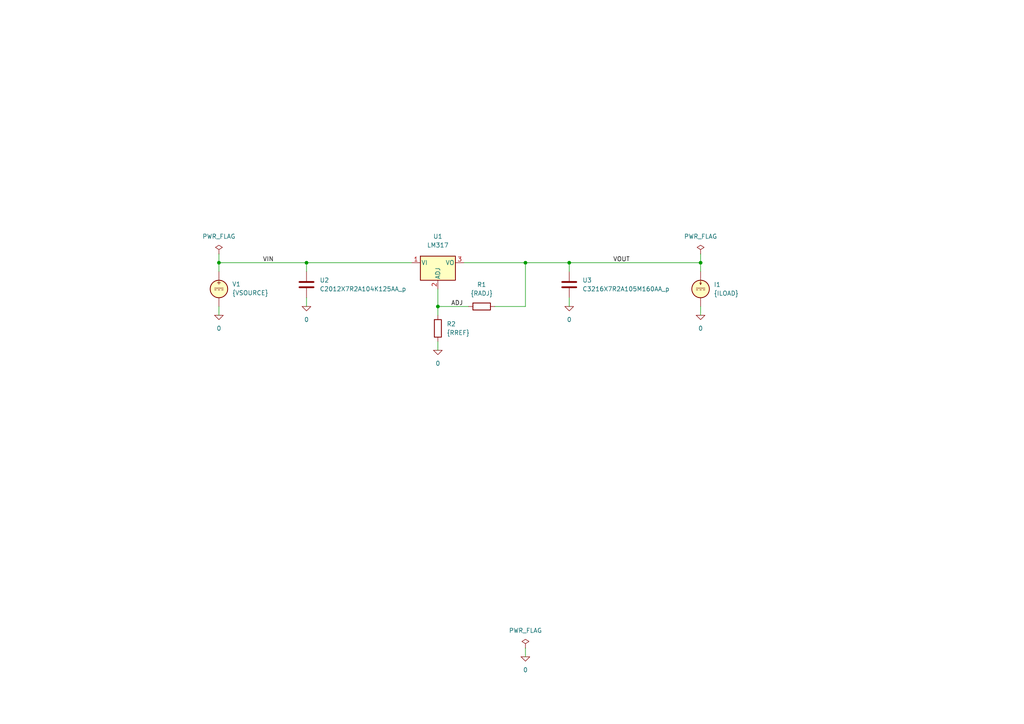
<source format=kicad_sch>
(kicad_sch
	(version 20231120)
	(generator "eeschema")
	(generator_version "8.0")
	(uuid "0642eba1-6be3-468c-b2df-159da8596f4f")
	(paper "A4")
	(title_block
		(title "1.5-A, 40-V, adjustable linear voltage regulator")
		(date "2024-06-14")
		(rev "2")
		(company "astroelectronic@")
		(comment 1 "-")
		(comment 2 "-")
		(comment 3 "-")
		(comment 4 "AE01005317")
	)
	(lib_symbols
		(symbol "LM317:0"
			(power)
			(pin_names
				(offset 0)
			)
			(exclude_from_sim no)
			(in_bom yes)
			(on_board yes)
			(property "Reference" "#GND"
				(at 0 -2.54 0)
				(effects
					(font
						(size 1.27 1.27)
					)
					(hide yes)
				)
			)
			(property "Value" "0"
				(at 0 -1.778 0)
				(effects
					(font
						(size 1.27 1.27)
					)
				)
			)
			(property "Footprint" ""
				(at 0 0 0)
				(effects
					(font
						(size 1.27 1.27)
					)
					(hide yes)
				)
			)
			(property "Datasheet" "~"
				(at 0 0 0)
				(effects
					(font
						(size 1.27 1.27)
					)
					(hide yes)
				)
			)
			(property "Description" "0V reference potential for simulation"
				(at 0 0 0)
				(effects
					(font
						(size 1.27 1.27)
					)
					(hide yes)
				)
			)
			(property "ki_keywords" "simulation"
				(at 0 0 0)
				(effects
					(font
						(size 1.27 1.27)
					)
					(hide yes)
				)
			)
			(symbol "0_0_1"
				(polyline
					(pts
						(xy -1.27 0) (xy 0 -1.27) (xy 1.27 0) (xy -1.27 0)
					)
					(stroke
						(width 0)
						(type default)
					)
					(fill
						(type none)
					)
				)
			)
			(symbol "0_1_1"
				(pin power_in line
					(at 0 0 0)
					(length 0) hide
					(name "0"
						(effects
							(font
								(size 1.016 1.016)
							)
						)
					)
					(number "1"
						(effects
							(font
								(size 1.016 1.016)
							)
						)
					)
				)
			)
		)
		(symbol "LM317:C"
			(pin_numbers hide)
			(pin_names
				(offset 0.254)
			)
			(exclude_from_sim no)
			(in_bom yes)
			(on_board yes)
			(property "Reference" "C"
				(at 0.635 2.54 0)
				(effects
					(font
						(size 1.27 1.27)
					)
					(justify left)
				)
			)
			(property "Value" "C"
				(at 0.635 -2.54 0)
				(effects
					(font
						(size 1.27 1.27)
					)
					(justify left)
				)
			)
			(property "Footprint" ""
				(at 0.9652 -3.81 0)
				(effects
					(font
						(size 1.27 1.27)
					)
					(hide yes)
				)
			)
			(property "Datasheet" "~"
				(at 0 0 0)
				(effects
					(font
						(size 1.27 1.27)
					)
					(hide yes)
				)
			)
			(property "Description" "Unpolarized capacitor"
				(at 0 0 0)
				(effects
					(font
						(size 1.27 1.27)
					)
					(hide yes)
				)
			)
			(property "ki_keywords" "cap capacitor"
				(at 0 0 0)
				(effects
					(font
						(size 1.27 1.27)
					)
					(hide yes)
				)
			)
			(property "ki_fp_filters" "C_*"
				(at 0 0 0)
				(effects
					(font
						(size 1.27 1.27)
					)
					(hide yes)
				)
			)
			(symbol "C_0_1"
				(polyline
					(pts
						(xy -2.032 -0.762) (xy 2.032 -0.762)
					)
					(stroke
						(width 0.508)
						(type default)
					)
					(fill
						(type none)
					)
				)
				(polyline
					(pts
						(xy -2.032 0.762) (xy 2.032 0.762)
					)
					(stroke
						(width 0.508)
						(type default)
					)
					(fill
						(type none)
					)
				)
			)
			(symbol "C_1_1"
				(pin passive line
					(at 0 3.81 270)
					(length 2.794)
					(name "~"
						(effects
							(font
								(size 1.27 1.27)
							)
						)
					)
					(number "1"
						(effects
							(font
								(size 1.27 1.27)
							)
						)
					)
				)
				(pin passive line
					(at 0 -3.81 90)
					(length 2.794)
					(name "~"
						(effects
							(font
								(size 1.27 1.27)
							)
						)
					)
					(number "2"
						(effects
							(font
								(size 1.27 1.27)
							)
						)
					)
				)
			)
		)
		(symbol "LM317:IDC"
			(pin_numbers hide)
			(pin_names
				(offset 0.0254)
			)
			(exclude_from_sim no)
			(in_bom yes)
			(on_board yes)
			(property "Reference" "I"
				(at 2.54 2.54 0)
				(effects
					(font
						(size 1.27 1.27)
					)
					(justify left)
				)
			)
			(property "Value" "1"
				(at 2.54 0 0)
				(effects
					(font
						(size 1.27 1.27)
					)
					(justify left)
				)
			)
			(property "Footprint" ""
				(at 0 0 0)
				(effects
					(font
						(size 1.27 1.27)
					)
					(hide yes)
				)
			)
			(property "Datasheet" "~"
				(at 0 0 0)
				(effects
					(font
						(size 1.27 1.27)
					)
					(hide yes)
				)
			)
			(property "Description" "Current source, DC"
				(at 0 0 0)
				(effects
					(font
						(size 1.27 1.27)
					)
					(hide yes)
				)
			)
			(property "Sim.Pins" "1=+ 2=-"
				(at 0 0 0)
				(effects
					(font
						(size 1.27 1.27)
					)
					(hide yes)
				)
			)
			(property "Sim.Type" "DC"
				(at 0 0 0)
				(effects
					(font
						(size 1.27 1.27)
					)
					(hide yes)
				)
			)
			(property "Sim.Device" "I"
				(at 0 0 0)
				(effects
					(font
						(size 1.27 1.27)
					)
					(justify left)
					(hide yes)
				)
			)
			(property "Spice_Netlist_Enabled" "Y"
				(at 0 0 0)
				(effects
					(font
						(size 1.27 1.27)
					)
					(justify left)
					(hide yes)
				)
			)
			(property "ki_keywords" "simulation"
				(at 0 0 0)
				(effects
					(font
						(size 1.27 1.27)
					)
					(hide yes)
				)
			)
			(symbol "IDC_0_0"
				(polyline
					(pts
						(xy -1.27 0.254) (xy 1.27 0.254)
					)
					(stroke
						(width 0)
						(type default)
					)
					(fill
						(type none)
					)
				)
				(polyline
					(pts
						(xy -0.762 -0.254) (xy -1.27 -0.254)
					)
					(stroke
						(width 0)
						(type default)
					)
					(fill
						(type none)
					)
				)
				(polyline
					(pts
						(xy 0.254 -0.254) (xy -0.254 -0.254)
					)
					(stroke
						(width 0)
						(type default)
					)
					(fill
						(type none)
					)
				)
				(polyline
					(pts
						(xy 1.27 -0.254) (xy 0.762 -0.254)
					)
					(stroke
						(width 0)
						(type default)
					)
					(fill
						(type none)
					)
				)
			)
			(symbol "IDC_0_1"
				(polyline
					(pts
						(xy 0 1.27) (xy 0 2.286)
					)
					(stroke
						(width 0)
						(type default)
					)
					(fill
						(type none)
					)
				)
				(polyline
					(pts
						(xy -0.254 1.778) (xy 0 1.27) (xy 0.254 1.778)
					)
					(stroke
						(width 0)
						(type default)
					)
					(fill
						(type none)
					)
				)
				(circle
					(center 0 0)
					(radius 2.54)
					(stroke
						(width 0.254)
						(type default)
					)
					(fill
						(type background)
					)
				)
			)
			(symbol "IDC_1_1"
				(pin passive line
					(at 0 5.08 270)
					(length 2.54)
					(name "~"
						(effects
							(font
								(size 1.27 1.27)
							)
						)
					)
					(number "1"
						(effects
							(font
								(size 1.27 1.27)
							)
						)
					)
				)
				(pin passive line
					(at 0 -5.08 90)
					(length 2.54)
					(name "~"
						(effects
							(font
								(size 1.27 1.27)
							)
						)
					)
					(number "2"
						(effects
							(font
								(size 1.27 1.27)
							)
						)
					)
				)
			)
		)
		(symbol "LM317:LM317"
			(pin_names
				(offset 0.254)
			)
			(exclude_from_sim no)
			(in_bom yes)
			(on_board yes)
			(property "Reference" "U"
				(at -3.81 3.175 0)
				(effects
					(font
						(size 1.27 1.27)
					)
				)
			)
			(property "Value" "LM317"
				(at 0 3.175 0)
				(effects
					(font
						(size 1.27 1.27)
					)
					(justify left)
				)
			)
			(property "Footprint" "Package_TO_SOT_THT:TO-39-3"
				(at 0 5.715 0)
				(effects
					(font
						(size 1.27 1.27)
						(italic yes)
					)
					(hide yes)
				)
			)
			(property "Datasheet" "http://www.ti.com/lit/ds/symlink/lm317.pdf"
				(at 0 0 0)
				(effects
					(font
						(size 1.27 1.27)
					)
					(hide yes)
				)
			)
			(property "Description" "500mA 35V Adjustable Linear Regulator, TO-39. Simulation model."
				(at 0 0 0)
				(effects
					(font
						(size 1.27 1.27)
					)
					(hide yes)
				)
			)
			(property "ki_keywords" "Adjustable Voltage Regulator 500mA Positive"
				(at 0 0 0)
				(effects
					(font
						(size 1.27 1.27)
					)
					(hide yes)
				)
			)
			(property "ki_fp_filters" "TO?39*"
				(at 0 0 0)
				(effects
					(font
						(size 1.27 1.27)
					)
					(hide yes)
				)
			)
			(symbol "LM317_0_1"
				(rectangle
					(start -5.08 1.905)
					(end 5.08 -5.08)
					(stroke
						(width 0.254)
						(type default)
					)
					(fill
						(type background)
					)
				)
			)
			(symbol "LM317_1_1"
				(pin passive line
					(at -7.62 0 0)
					(length 2.54)
					(name "VI"
						(effects
							(font
								(size 1.27 1.27)
							)
						)
					)
					(number "1"
						(effects
							(font
								(size 1.27 1.27)
							)
						)
					)
				)
				(pin passive line
					(at 0 -7.62 90)
					(length 2.54)
					(name "ADJ"
						(effects
							(font
								(size 1.27 1.27)
							)
						)
					)
					(number "2"
						(effects
							(font
								(size 1.27 1.27)
							)
						)
					)
				)
				(pin passive line
					(at 7.62 0 180)
					(length 2.54)
					(name "VO"
						(effects
							(font
								(size 1.27 1.27)
							)
						)
					)
					(number "3"
						(effects
							(font
								(size 1.27 1.27)
							)
						)
					)
				)
			)
		)
		(symbol "LM317:PWR_FLAG"
			(power)
			(pin_numbers hide)
			(pin_names
				(offset 0) hide)
			(exclude_from_sim no)
			(in_bom yes)
			(on_board yes)
			(property "Reference" "#FLG"
				(at 0 1.905 0)
				(effects
					(font
						(size 1.27 1.27)
					)
					(hide yes)
				)
			)
			(property "Value" "PWR_FLAG"
				(at 0 3.81 0)
				(effects
					(font
						(size 1.27 1.27)
					)
				)
			)
			(property "Footprint" ""
				(at 0 0 0)
				(effects
					(font
						(size 1.27 1.27)
					)
					(hide yes)
				)
			)
			(property "Datasheet" "~"
				(at 0 0 0)
				(effects
					(font
						(size 1.27 1.27)
					)
					(hide yes)
				)
			)
			(property "Description" "Special symbol for telling ERC where power comes from"
				(at 0 0 0)
				(effects
					(font
						(size 1.27 1.27)
					)
					(hide yes)
				)
			)
			(property "ki_keywords" "flag power"
				(at 0 0 0)
				(effects
					(font
						(size 1.27 1.27)
					)
					(hide yes)
				)
			)
			(symbol "PWR_FLAG_0_0"
				(pin power_out line
					(at 0 0 90)
					(length 0)
					(name "pwr"
						(effects
							(font
								(size 1.27 1.27)
							)
						)
					)
					(number "1"
						(effects
							(font
								(size 1.27 1.27)
							)
						)
					)
				)
			)
			(symbol "PWR_FLAG_0_1"
				(polyline
					(pts
						(xy 0 0) (xy 0 1.27) (xy -1.016 1.905) (xy 0 2.54) (xy 1.016 1.905) (xy 0 1.27)
					)
					(stroke
						(width 0)
						(type default)
					)
					(fill
						(type none)
					)
				)
			)
		)
		(symbol "LM317:R"
			(pin_numbers hide)
			(pin_names
				(offset 0)
			)
			(exclude_from_sim no)
			(in_bom yes)
			(on_board yes)
			(property "Reference" "R"
				(at 2.032 0 90)
				(effects
					(font
						(size 1.27 1.27)
					)
				)
			)
			(property "Value" "R"
				(at 0 0 90)
				(effects
					(font
						(size 1.27 1.27)
					)
				)
			)
			(property "Footprint" ""
				(at -1.778 0 90)
				(effects
					(font
						(size 1.27 1.27)
					)
					(hide yes)
				)
			)
			(property "Datasheet" "~"
				(at 0 0 0)
				(effects
					(font
						(size 1.27 1.27)
					)
					(hide yes)
				)
			)
			(property "Description" "Resistor"
				(at 0 0 0)
				(effects
					(font
						(size 1.27 1.27)
					)
					(hide yes)
				)
			)
			(property "ki_keywords" "R res resistor"
				(at 0 0 0)
				(effects
					(font
						(size 1.27 1.27)
					)
					(hide yes)
				)
			)
			(property "ki_fp_filters" "R_*"
				(at 0 0 0)
				(effects
					(font
						(size 1.27 1.27)
					)
					(hide yes)
				)
			)
			(symbol "R_0_1"
				(rectangle
					(start -1.016 -2.54)
					(end 1.016 2.54)
					(stroke
						(width 0.254)
						(type default)
					)
					(fill
						(type none)
					)
				)
			)
			(symbol "R_1_1"
				(pin passive line
					(at 0 3.81 270)
					(length 1.27)
					(name "~"
						(effects
							(font
								(size 1.27 1.27)
							)
						)
					)
					(number "1"
						(effects
							(font
								(size 1.27 1.27)
							)
						)
					)
				)
				(pin passive line
					(at 0 -3.81 90)
					(length 1.27)
					(name "~"
						(effects
							(font
								(size 1.27 1.27)
							)
						)
					)
					(number "2"
						(effects
							(font
								(size 1.27 1.27)
							)
						)
					)
				)
			)
		)
		(symbol "LM317:VDC"
			(pin_numbers hide)
			(pin_names
				(offset 0.0254)
			)
			(exclude_from_sim no)
			(in_bom yes)
			(on_board yes)
			(property "Reference" "V"
				(at 2.54 2.54 0)
				(effects
					(font
						(size 1.27 1.27)
					)
					(justify left)
				)
			)
			(property "Value" "1"
				(at 2.54 0 0)
				(effects
					(font
						(size 1.27 1.27)
					)
					(justify left)
				)
			)
			(property "Footprint" ""
				(at 0 0 0)
				(effects
					(font
						(size 1.27 1.27)
					)
					(hide yes)
				)
			)
			(property "Datasheet" "~"
				(at 0 0 0)
				(effects
					(font
						(size 1.27 1.27)
					)
					(hide yes)
				)
			)
			(property "Description" "Voltage source, DC"
				(at 0 0 0)
				(effects
					(font
						(size 1.27 1.27)
					)
					(hide yes)
				)
			)
			(property "Sim.Pins" "1=+ 2=-"
				(at 0 0 0)
				(effects
					(font
						(size 1.27 1.27)
					)
					(hide yes)
				)
			)
			(property "Sim.Type" "DC"
				(at 0 0 0)
				(effects
					(font
						(size 1.27 1.27)
					)
					(hide yes)
				)
			)
			(property "Sim.Device" "V"
				(at 0 0 0)
				(effects
					(font
						(size 1.27 1.27)
					)
					(justify left)
					(hide yes)
				)
			)
			(property "Spice_Netlist_Enabled" "Y"
				(at 0 0 0)
				(effects
					(font
						(size 1.27 1.27)
					)
					(justify left)
					(hide yes)
				)
			)
			(property "ki_keywords" "simulation"
				(at 0 0 0)
				(effects
					(font
						(size 1.27 1.27)
					)
					(hide yes)
				)
			)
			(symbol "VDC_0_0"
				(polyline
					(pts
						(xy -1.27 0.254) (xy 1.27 0.254)
					)
					(stroke
						(width 0)
						(type default)
					)
					(fill
						(type none)
					)
				)
				(polyline
					(pts
						(xy -0.762 -0.254) (xy -1.27 -0.254)
					)
					(stroke
						(width 0)
						(type default)
					)
					(fill
						(type none)
					)
				)
				(polyline
					(pts
						(xy 0.254 -0.254) (xy -0.254 -0.254)
					)
					(stroke
						(width 0)
						(type default)
					)
					(fill
						(type none)
					)
				)
				(polyline
					(pts
						(xy 1.27 -0.254) (xy 0.762 -0.254)
					)
					(stroke
						(width 0)
						(type default)
					)
					(fill
						(type none)
					)
				)
				(text "+"
					(at 0 1.905 0)
					(effects
						(font
							(size 1.27 1.27)
						)
					)
				)
			)
			(symbol "VDC_0_1"
				(circle
					(center 0 0)
					(radius 2.54)
					(stroke
						(width 0.254)
						(type default)
					)
					(fill
						(type background)
					)
				)
			)
			(symbol "VDC_1_1"
				(pin passive line
					(at 0 5.08 270)
					(length 2.54)
					(name "~"
						(effects
							(font
								(size 1.27 1.27)
							)
						)
					)
					(number "1"
						(effects
							(font
								(size 1.27 1.27)
							)
						)
					)
				)
				(pin passive line
					(at 0 -5.08 90)
					(length 2.54)
					(name "~"
						(effects
							(font
								(size 1.27 1.27)
							)
						)
					)
					(number "2"
						(effects
							(font
								(size 1.27 1.27)
							)
						)
					)
				)
			)
		)
	)
	(junction
		(at 127 88.9)
		(diameter 0)
		(color 0 0 0 0)
		(uuid "0638009c-2440-4a93-b64d-e1aa4ff65ef1")
	)
	(junction
		(at 165.1 76.2)
		(diameter 0)
		(color 0 0 0 0)
		(uuid "0fd1994e-34b8-42bf-80e0-7c2cb71189a4")
	)
	(junction
		(at 203.2 76.2)
		(diameter 0)
		(color 0 0 0 0)
		(uuid "55b1699c-8f92-4667-88cc-50ca7fbbf7bd")
	)
	(junction
		(at 63.5 76.2)
		(diameter 0)
		(color 0 0 0 0)
		(uuid "57d3ea9b-9a64-44ca-957d-2cb7c8e5465b")
	)
	(junction
		(at 152.4 76.2)
		(diameter 0)
		(color 0 0 0 0)
		(uuid "b945791c-fe4b-4243-964f-b9e854533f8f")
	)
	(junction
		(at 88.9 76.2)
		(diameter 0)
		(color 0 0 0 0)
		(uuid "fedb679b-3fa4-422c-9266-ccc2b25c73da")
	)
	(wire
		(pts
			(xy 203.2 73.66) (xy 203.2 76.2)
		)
		(stroke
			(width 0)
			(type default)
		)
		(uuid "0d53bd72-ead2-48d6-b329-1900bdbb242d")
	)
	(wire
		(pts
			(xy 152.4 76.2) (xy 134.62 76.2)
		)
		(stroke
			(width 0)
			(type default)
		)
		(uuid "1252b956-0e6f-42c0-8fb6-4045db177b36")
	)
	(wire
		(pts
			(xy 152.4 187.96) (xy 152.4 190.5)
		)
		(stroke
			(width 0)
			(type default)
		)
		(uuid "2038b7cf-b914-4773-93f2-727ddfea96f2")
	)
	(wire
		(pts
			(xy 127 91.44) (xy 127 88.9)
		)
		(stroke
			(width 0)
			(type default)
		)
		(uuid "438715a3-4d26-4a95-89ba-0f022481a604")
	)
	(wire
		(pts
			(xy 63.5 88.9) (xy 63.5 91.44)
		)
		(stroke
			(width 0)
			(type default)
		)
		(uuid "5c4ef79d-f068-442e-9186-b456effdcdf0")
	)
	(wire
		(pts
			(xy 88.9 76.2) (xy 119.38 76.2)
		)
		(stroke
			(width 0)
			(type default)
		)
		(uuid "616515e1-9eba-4015-90c8-75a67c8aba4c")
	)
	(wire
		(pts
			(xy 203.2 78.74) (xy 203.2 76.2)
		)
		(stroke
			(width 0)
			(type default)
		)
		(uuid "640fc0c1-906c-4cbc-8b55-d299c89944f6")
	)
	(wire
		(pts
			(xy 63.5 76.2) (xy 88.9 76.2)
		)
		(stroke
			(width 0)
			(type default)
		)
		(uuid "6637bb1e-d728-4062-bcf7-0c7e6a34fa44")
	)
	(wire
		(pts
			(xy 127 88.9) (xy 135.89 88.9)
		)
		(stroke
			(width 0)
			(type default)
		)
		(uuid "68a4d15c-c317-4ebb-9e5f-9ea313a400de")
	)
	(wire
		(pts
			(xy 165.1 86.36) (xy 165.1 88.9)
		)
		(stroke
			(width 0)
			(type default)
		)
		(uuid "6a957eed-779a-4779-af25-b373857cdc7f")
	)
	(wire
		(pts
			(xy 127 83.82) (xy 127 88.9)
		)
		(stroke
			(width 0)
			(type default)
		)
		(uuid "6e074817-9172-4d8b-a93a-1cd5c9d46ac1")
	)
	(wire
		(pts
			(xy 88.9 86.36) (xy 88.9 88.9)
		)
		(stroke
			(width 0)
			(type default)
		)
		(uuid "8ec3fc59-f0a9-4ee0-852a-9327b051f1d0")
	)
	(wire
		(pts
			(xy 63.5 73.66) (xy 63.5 76.2)
		)
		(stroke
			(width 0)
			(type default)
		)
		(uuid "90df7597-42a2-4160-b29a-b67911ce68c0")
	)
	(wire
		(pts
			(xy 127 99.06) (xy 127 101.6)
		)
		(stroke
			(width 0)
			(type default)
		)
		(uuid "a47d8d71-9b94-451c-b851-18ab3b0e7ea3")
	)
	(wire
		(pts
			(xy 63.5 78.74) (xy 63.5 76.2)
		)
		(stroke
			(width 0)
			(type default)
		)
		(uuid "a858accc-20f2-4d10-aad0-8b5a4a3e190a")
	)
	(wire
		(pts
			(xy 152.4 88.9) (xy 152.4 76.2)
		)
		(stroke
			(width 0)
			(type default)
		)
		(uuid "b0828961-b3f8-4d49-b2d2-bf7391f0840d")
	)
	(wire
		(pts
			(xy 203.2 88.9) (xy 203.2 91.44)
		)
		(stroke
			(width 0)
			(type default)
		)
		(uuid "b9cfa46d-f823-49e9-bd77-6ad14179d646")
	)
	(wire
		(pts
			(xy 203.2 76.2) (xy 165.1 76.2)
		)
		(stroke
			(width 0)
			(type default)
		)
		(uuid "bd69a1f3-6d4e-4530-9150-8f9861f00d6c")
	)
	(wire
		(pts
			(xy 165.1 78.74) (xy 165.1 76.2)
		)
		(stroke
			(width 0)
			(type default)
		)
		(uuid "bf4381b6-1d9f-491a-8ebb-0dea0ecc11b0")
	)
	(wire
		(pts
			(xy 143.51 88.9) (xy 152.4 88.9)
		)
		(stroke
			(width 0)
			(type default)
		)
		(uuid "c4c10a5b-beb9-446e-9a68-73b6c68c31e9")
	)
	(wire
		(pts
			(xy 165.1 76.2) (xy 152.4 76.2)
		)
		(stroke
			(width 0)
			(type default)
		)
		(uuid "cb5e76e4-bd5d-4ef4-b4c6-bd3158df0a2e")
	)
	(wire
		(pts
			(xy 88.9 78.74) (xy 88.9 76.2)
		)
		(stroke
			(width 0)
			(type default)
		)
		(uuid "d89ce12d-75d3-4e68-abac-1d68e1b322e4")
	)
	(label "VIN"
		(at 76.2 76.2 0)
		(fields_autoplaced yes)
		(effects
			(font
				(size 1.27 1.27)
			)
			(justify left bottom)
		)
		(uuid "1d8bba5d-88e3-4d7a-8377-89bbce4fb340")
	)
	(label "VOUT"
		(at 177.8 76.2 0)
		(fields_autoplaced yes)
		(effects
			(font
				(size 1.27 1.27)
			)
			(justify left bottom)
		)
		(uuid "b9a07005-9e68-4335-a531-1ee2e533e09f")
	)
	(label "ADJ"
		(at 130.81 88.9 0)
		(fields_autoplaced yes)
		(effects
			(font
				(size 1.27 1.27)
			)
			(justify left bottom)
		)
		(uuid "e90c1e78-94d4-47b8-8af9-fe3a3bd0b9a3")
	)
	(symbol
		(lib_name "LM317:VDC")
		(lib_id "LM317:VDC")
		(at 63.5 83.82 0)
		(unit 1)
		(exclude_from_sim no)
		(in_bom yes)
		(on_board yes)
		(dnp no)
		(fields_autoplaced yes)
		(uuid "0be11a5c-3365-468e-a1ba-269ba73e50a4")
		(property "Reference" "V1"
			(at 67.31 82.4201 0)
			(effects
				(font
					(size 1.27 1.27)
				)
				(justify left)
			)
		)
		(property "Value" "{VSOURCE}"
			(at 67.31 84.9601 0)
			(effects
				(font
					(size 1.27 1.27)
				)
				(justify left)
			)
		)
		(property "Footprint" ""
			(at 63.5 83.82 0)
			(effects
				(font
					(size 1.27 1.27)
				)
				(hide yes)
			)
		)
		(property "Datasheet" "~"
			(at 63.5 83.82 0)
			(effects
				(font
					(size 1.27 1.27)
				)
				(hide yes)
			)
		)
		(property "Description" ""
			(at 63.5 83.82 0)
			(effects
				(font
					(size 1.27 1.27)
				)
				(hide yes)
			)
		)
		(property "Sim.Device" "SPICE"
			(at 63.5 83.82 0)
			(effects
				(font
					(size 1.27 1.27)
				)
				(justify left)
				(hide yes)
			)
		)
		(property "Sim.Params" "type=\"V\" model=\"{VSOURCE}\" lib=\"\""
			(at 0 -17.78 0)
			(effects
				(font
					(size 1.27 1.27)
				)
				(hide yes)
			)
		)
		(property "Sim.Pins" "1=1 2=2"
			(at 0 -17.78 0)
			(effects
				(font
					(size 1.27 1.27)
				)
				(hide yes)
			)
		)
		(pin "1"
			(uuid "02ae9f46-32ec-435c-b149-f08fa6113be3")
		)
		(pin "2"
			(uuid "af91c000-9f66-4109-a742-b588fa4e5ab7")
		)
		(instances
			(project ""
				(path "/58f83fa9-4a10-4167-b744-d54133f1de20"
					(reference "V1")
					(unit 1)
				)
			)
		)
	)
	(symbol
		(lib_id "LM317:0")
		(at 165.1 88.9 0)
		(unit 1)
		(exclude_from_sim no)
		(in_bom yes)
		(on_board yes)
		(dnp no)
		(fields_autoplaced yes)
		(uuid "0e33d7a1-e7cc-4554-ba5b-a166bf7b97e9")
		(property "Reference" "#GND05"
			(at 165.1 91.44 0)
			(effects
				(font
					(size 1.27 1.27)
				)
				(hide yes)
			)
		)
		(property "Value" "0"
			(at 165.1 92.71 0)
			(effects
				(font
					(size 1.27 1.27)
				)
			)
		)
		(property "Footprint" ""
			(at 165.1 88.9 0)
			(effects
				(font
					(size 1.27 1.27)
				)
				(hide yes)
			)
		)
		(property "Datasheet" "~"
			(at 165.1 88.9 0)
			(effects
				(font
					(size 1.27 1.27)
				)
				(hide yes)
			)
		)
		(property "Description" ""
			(at 165.1 88.9 0)
			(effects
				(font
					(size 1.27 1.27)
				)
				(hide yes)
			)
		)
		(pin "1"
			(uuid "b55ce4e8-4c66-44d1-ab1d-bb7f4f89819b")
		)
		(instances
			(project ""
				(path "/0642eba1-6be3-468c-b2df-159da8596f4f"
					(reference "#GND05")
					(unit 1)
				)
			)
			(project ""
				(path "/58f83fa9-4a10-4167-b744-d54133f1de20"
					(reference "#GND05")
					(unit 1)
				)
			)
		)
	)
	(symbol
		(lib_id "LM317:R")
		(at 139.7 88.9 90)
		(unit 1)
		(exclude_from_sim no)
		(in_bom yes)
		(on_board yes)
		(dnp no)
		(fields_autoplaced yes)
		(uuid "0f6e1e1a-f614-46b6-bbbc-fd3320a413b6")
		(property "Reference" "R1"
			(at 139.7 82.55 90)
			(effects
				(font
					(size 1.27 1.27)
				)
			)
		)
		(property "Value" "{RADJ}"
			(at 139.7 85.09 90)
			(effects
				(font
					(size 1.27 1.27)
				)
			)
		)
		(property "Footprint" ""
			(at 139.7 90.678 90)
			(effects
				(font
					(size 1.27 1.27)
				)
				(hide yes)
			)
		)
		(property "Datasheet" "~"
			(at 139.7 88.9 0)
			(effects
				(font
					(size 1.27 1.27)
				)
				(hide yes)
			)
		)
		(property "Description" ""
			(at 139.7 88.9 0)
			(effects
				(font
					(size 1.27 1.27)
				)
				(hide yes)
			)
		)
		(pin "1"
			(uuid "d3e46d7d-3180-4feb-9ba1-4c76f4fa32e4")
		)
		(pin "2"
			(uuid "f48598c1-4a53-4a99-83c1-512743ba37f1")
		)
		(instances
			(project ""
				(path "/58f83fa9-4a10-4167-b744-d54133f1de20"
					(reference "R1")
					(unit 1)
				)
			)
		)
	)
	(symbol
		(lib_name "LM317:IDC")
		(lib_id "LM317:IDC")
		(at 203.2 83.82 0)
		(unit 1)
		(exclude_from_sim no)
		(in_bom yes)
		(on_board yes)
		(dnp no)
		(fields_autoplaced yes)
		(uuid "27d86ab9-4e1c-4e94-93b1-2d35f0c8077e")
		(property "Reference" "I1"
			(at 207.01 82.5499 0)
			(effects
				(font
					(size 1.27 1.27)
				)
				(justify left)
			)
		)
		(property "Value" "{ILOAD}"
			(at 207.01 85.0899 0)
			(effects
				(font
					(size 1.27 1.27)
				)
				(justify left)
			)
		)
		(property "Footprint" ""
			(at 203.2 83.82 0)
			(effects
				(font
					(size 1.27 1.27)
				)
				(hide yes)
			)
		)
		(property "Datasheet" "~"
			(at 203.2 83.82 0)
			(effects
				(font
					(size 1.27 1.27)
				)
				(hide yes)
			)
		)
		(property "Description" ""
			(at 203.2 83.82 0)
			(effects
				(font
					(size 1.27 1.27)
				)
				(hide yes)
			)
		)
		(property "Sim.Device" "SPICE"
			(at 203.2 83.82 0)
			(effects
				(font
					(size 1.27 1.27)
				)
				(justify left)
				(hide yes)
			)
		)
		(property "Sim.Params" "type=\"I\" model=\"{ILOAD}\" lib=\"\""
			(at 0 -17.78 0)
			(effects
				(font
					(size 1.27 1.27)
				)
				(hide yes)
			)
		)
		(property "Sim.Pins" "1=1 2=2"
			(at 0 -17.78 0)
			(effects
				(font
					(size 1.27 1.27)
				)
				(hide yes)
			)
		)
		(pin "1"
			(uuid "80febccb-7f81-418d-9d86-485b671b951b")
		)
		(pin "2"
			(uuid "af7d900a-3ff1-467c-8e2e-718e55b6d677")
		)
		(instances
			(project ""
				(path "/58f83fa9-4a10-4167-b744-d54133f1de20"
					(reference "I1")
					(unit 1)
				)
			)
		)
	)
	(symbol
		(lib_id "LM317:C")
		(at 165.1 82.55 0)
		(unit 1)
		(exclude_from_sim no)
		(in_bom yes)
		(on_board yes)
		(dnp no)
		(fields_autoplaced yes)
		(uuid "2ae7ef98-cee4-49b0-9207-db20e03b321c")
		(property "Reference" "U3"
			(at 168.91 81.2799 0)
			(effects
				(font
					(size 1.27 1.27)
				)
				(justify left)
			)
		)
		(property "Value" "C3216X7R2A105M160AA_p"
			(at 168.91 83.8199 0)
			(effects
				(font
					(size 1.27 1.27)
				)
				(justify left)
			)
		)
		(property "Footprint" ""
			(at 166.0652 86.36 0)
			(effects
				(font
					(size 1.27 1.27)
				)
				(hide yes)
			)
		)
		(property "Datasheet" "~"
			(at 165.1 82.55 0)
			(effects
				(font
					(size 1.27 1.27)
				)
				(hide yes)
			)
		)
		(property "Description" ""
			(at 165.1 82.55 0)
			(effects
				(font
					(size 1.27 1.27)
				)
				(hide yes)
			)
		)
		(property "Sim.Library" "C:\\AE\\LM317\\_models\\C3216X7R2A105M160AA_p.mod"
			(at 165.1 82.55 0)
			(effects
				(font
					(size 1.27 1.27)
				)
				(hide yes)
			)
		)
		(property "Sim.Name" "C3216X7R2A105M160AA_p"
			(at 165.1 82.55 0)
			(effects
				(font
					(size 1.27 1.27)
				)
				(hide yes)
			)
		)
		(property "Sim.Device" "SUBCKT"
			(at 165.1 82.55 0)
			(effects
				(font
					(size 1.27 1.27)
				)
				(hide yes)
			)
		)
		(property "Sim.Pins" "1=n1 2=n2"
			(at 165.1 82.55 0)
			(effects
				(font
					(size 1.27 1.27)
				)
				(hide yes)
			)
		)
		(pin "1"
			(uuid "dc66124e-526b-44b8-a68e-fd41fb88c229")
		)
		(pin "2"
			(uuid "1afcf865-989e-4ff1-af9d-98b86c8ec934")
		)
		(instances
			(project ""
				(path "/0642eba1-6be3-468c-b2df-159da8596f4f"
					(reference "U3")
					(unit 1)
				)
			)
			(project ""
				(path "/58f83fa9-4a10-4167-b744-d54133f1de20"
					(reference "U3")
					(unit 1)
				)
			)
		)
	)
	(symbol
		(lib_id "LM317:PWR_FLAG")
		(at 203.2 73.66 0)
		(unit 1)
		(exclude_from_sim no)
		(in_bom yes)
		(on_board yes)
		(dnp no)
		(fields_autoplaced yes)
		(uuid "4344cbbc-61ac-481a-bf7d-73f679753e29")
		(property "Reference" "#FLG03"
			(at 203.2 71.755 0)
			(effects
				(font
					(size 1.27 1.27)
				)
				(hide yes)
			)
		)
		(property "Value" "PWR_FLAG"
			(at 203.2 68.58 0)
			(effects
				(font
					(size 1.27 1.27)
				)
			)
		)
		(property "Footprint" ""
			(at 203.2 73.66 0)
			(effects
				(font
					(size 1.27 1.27)
				)
				(hide yes)
			)
		)
		(property "Datasheet" "~"
			(at 203.2 73.66 0)
			(effects
				(font
					(size 1.27 1.27)
				)
				(hide yes)
			)
		)
		(property "Description" ""
			(at 203.2 73.66 0)
			(effects
				(font
					(size 1.27 1.27)
				)
				(hide yes)
			)
		)
		(pin "1"
			(uuid "bc41c24e-ff60-40b6-bac3-2aa3d47db790")
		)
		(instances
			(project ""
				(path "/0642eba1-6be3-468c-b2df-159da8596f4f"
					(reference "#FLG03")
					(unit 1)
				)
			)
			(project ""
				(path "/58f83fa9-4a10-4167-b744-d54133f1de20"
					(reference "#FLG03")
					(unit 1)
				)
			)
		)
	)
	(symbol
		(lib_id "LM317:0")
		(at 63.5 91.44 0)
		(unit 1)
		(exclude_from_sim no)
		(in_bom yes)
		(on_board yes)
		(dnp no)
		(fields_autoplaced yes)
		(uuid "6c9ff897-9647-456f-a3ed-430fe0b85ee8")
		(property "Reference" "#GND01"
			(at 63.5 93.98 0)
			(effects
				(font
					(size 1.27 1.27)
				)
				(hide yes)
			)
		)
		(property "Value" "0"
			(at 63.5 95.25 0)
			(effects
				(font
					(size 1.27 1.27)
				)
			)
		)
		(property "Footprint" ""
			(at 63.5 91.44 0)
			(effects
				(font
					(size 1.27 1.27)
				)
				(hide yes)
			)
		)
		(property "Datasheet" "~"
			(at 63.5 91.44 0)
			(effects
				(font
					(size 1.27 1.27)
				)
				(hide yes)
			)
		)
		(property "Description" ""
			(at 63.5 91.44 0)
			(effects
				(font
					(size 1.27 1.27)
				)
				(hide yes)
			)
		)
		(pin "1"
			(uuid "d830fb1d-068e-426e-bcc3-a56c7b28c41f")
		)
		(instances
			(project ""
				(path "/0642eba1-6be3-468c-b2df-159da8596f4f"
					(reference "#GND01")
					(unit 1)
				)
			)
			(project ""
				(path "/58f83fa9-4a10-4167-b744-d54133f1de20"
					(reference "#GND01")
					(unit 1)
				)
			)
		)
	)
	(symbol
		(lib_id "LM317:R")
		(at 127 95.25 0)
		(unit 1)
		(exclude_from_sim no)
		(in_bom yes)
		(on_board yes)
		(dnp no)
		(fields_autoplaced yes)
		(uuid "9c1660f4-2c35-4cf9-88b4-c8d2ffae133d")
		(property "Reference" "R2"
			(at 129.54 93.9799 0)
			(effects
				(font
					(size 1.27 1.27)
				)
				(justify left)
			)
		)
		(property "Value" "{RREF}"
			(at 129.54 96.5199 0)
			(effects
				(font
					(size 1.27 1.27)
				)
				(justify left)
			)
		)
		(property "Footprint" ""
			(at 125.222 95.25 90)
			(effects
				(font
					(size 1.27 1.27)
				)
				(hide yes)
			)
		)
		(property "Datasheet" "~"
			(at 127 95.25 0)
			(effects
				(font
					(size 1.27 1.27)
				)
				(hide yes)
			)
		)
		(property "Description" ""
			(at 127 95.25 0)
			(effects
				(font
					(size 1.27 1.27)
				)
				(hide yes)
			)
		)
		(pin "1"
			(uuid "81f1a17c-2efe-4ee2-ae49-1ae0e83d8f8a")
		)
		(pin "2"
			(uuid "5bbbdd29-6fe4-418d-b5a0-78d8b1b7b99d")
		)
		(instances
			(project ""
				(path "/58f83fa9-4a10-4167-b744-d54133f1de20"
					(reference "R2")
					(unit 1)
				)
			)
		)
	)
	(symbol
		(lib_id "LM317:PWR_FLAG")
		(at 152.4 187.96 0)
		(unit 1)
		(exclude_from_sim no)
		(in_bom yes)
		(on_board yes)
		(dnp no)
		(fields_autoplaced yes)
		(uuid "b0502b06-986f-46a4-b54a-d02d4594372c")
		(property "Reference" "#FLG02"
			(at 152.4 186.055 0)
			(effects
				(font
					(size 1.27 1.27)
				)
				(hide yes)
			)
		)
		(property "Value" "PWR_FLAG"
			(at 152.4 182.88 0)
			(effects
				(font
					(size 1.27 1.27)
				)
			)
		)
		(property "Footprint" ""
			(at 152.4 187.96 0)
			(effects
				(font
					(size 1.27 1.27)
				)
				(hide yes)
			)
		)
		(property "Datasheet" "~"
			(at 152.4 187.96 0)
			(effects
				(font
					(size 1.27 1.27)
				)
				(hide yes)
			)
		)
		(property "Description" ""
			(at 152.4 187.96 0)
			(effects
				(font
					(size 1.27 1.27)
				)
				(hide yes)
			)
		)
		(pin "1"
			(uuid "477e3301-97bb-4833-8916-9c744d702ff8")
		)
		(instances
			(project ""
				(path "/0642eba1-6be3-468c-b2df-159da8596f4f"
					(reference "#FLG02")
					(unit 1)
				)
			)
			(project ""
				(path "/58f83fa9-4a10-4167-b744-d54133f1de20"
					(reference "#FLG02")
					(unit 1)
				)
			)
		)
	)
	(symbol
		(lib_id "LM317:C")
		(at 88.9 82.55 0)
		(unit 1)
		(exclude_from_sim no)
		(in_bom yes)
		(on_board yes)
		(dnp no)
		(fields_autoplaced yes)
		(uuid "bae2c52c-6ef8-47d0-89cd-2135977ea6cc")
		(property "Reference" "U2"
			(at 92.71 81.2799 0)
			(effects
				(font
					(size 1.27 1.27)
				)
				(justify left)
			)
		)
		(property "Value" "C2012X7R2A104K125AA_p"
			(at 92.71 83.8199 0)
			(effects
				(font
					(size 1.27 1.27)
				)
				(justify left)
			)
		)
		(property "Footprint" ""
			(at 89.8652 86.36 0)
			(effects
				(font
					(size 1.27 1.27)
				)
				(hide yes)
			)
		)
		(property "Datasheet" "~"
			(at 88.9 82.55 0)
			(effects
				(font
					(size 1.27 1.27)
				)
				(hide yes)
			)
		)
		(property "Description" ""
			(at 88.9 82.55 0)
			(effects
				(font
					(size 1.27 1.27)
				)
				(hide yes)
			)
		)
		(property "Sim.Device" "SUBCKT"
			(at 88.9 82.55 0)
			(effects
				(font
					(size 1.27 1.27)
				)
				(hide yes)
			)
		)
		(property "Sim.Pins" "1=n1 2=n2"
			(at 0 -19.05 0)
			(effects
				(font
					(size 1.27 1.27)
				)
				(hide yes)
			)
		)
		(property "Sim.Library" "C:\\AE\\LM317\\_models\\C2012X7R2A104K125AA_p.mod"
			(at 88.9 82.55 0)
			(effects
				(font
					(size 1.27 1.27)
				)
				(hide yes)
			)
		)
		(property "Sim.Name" "C2012X7R2A104K125AA_p"
			(at 88.9 82.55 0)
			(effects
				(font
					(size 1.27 1.27)
				)
				(hide yes)
			)
		)
		(pin "1"
			(uuid "cfd8aa11-714b-4d55-9c54-5e3ada747352")
		)
		(pin "2"
			(uuid "27ce8420-6dd0-4911-9a2f-8b0f32e50173")
		)
		(instances
			(project ""
				(path "/0642eba1-6be3-468c-b2df-159da8596f4f"
					(reference "U2")
					(unit 1)
				)
			)
			(project ""
				(path "/58f83fa9-4a10-4167-b744-d54133f1de20"
					(reference "U2")
					(unit 1)
				)
			)
		)
	)
	(symbol
		(lib_id "LM317:LM317")
		(at 127 76.2 0)
		(unit 1)
		(exclude_from_sim no)
		(in_bom yes)
		(on_board yes)
		(dnp no)
		(fields_autoplaced yes)
		(uuid "c4c6bcc5-4e2f-42f6-bb47-1715bb99937a")
		(property "Reference" "U1"
			(at 127 68.58 0)
			(effects
				(font
					(size 1.27 1.27)
				)
			)
		)
		(property "Value" "LM317"
			(at 127 71.12 0)
			(effects
				(font
					(size 1.27 1.27)
				)
			)
		)
		(property "Footprint" "Package_TO_SOT_THT:TO-39-3"
			(at 127 70.485 0)
			(effects
				(font
					(size 1.27 1.27)
					(italic yes)
				)
				(hide yes)
			)
		)
		(property "Datasheet" "http://www.ti.com/lit/ds/symlink/lm317.pdf"
			(at 127 76.2 0)
			(effects
				(font
					(size 1.27 1.27)
				)
				(hide yes)
			)
		)
		(property "Description" ""
			(at 127 76.2 0)
			(effects
				(font
					(size 1.27 1.27)
				)
				(hide yes)
			)
		)
		(property "Sim.Library" "C:\\AE\\LM317\\_models\\LM317.lib"
			(at 127 76.2 0)
			(effects
				(font
					(size 1.27 1.27)
				)
				(hide yes)
			)
		)
		(property "Sim.Name" "LM317"
			(at 127 76.2 0)
			(effects
				(font
					(size 1.27 1.27)
				)
				(hide yes)
			)
		)
		(property "Sim.Device" "SUBCKT"
			(at 127 76.2 0)
			(effects
				(font
					(size 1.27 1.27)
				)
				(hide yes)
			)
		)
		(property "Sim.Pins" "1=IN 2=ADJ 3=OUT_0"
			(at 127 76.2 0)
			(effects
				(font
					(size 1.27 1.27)
				)
				(hide yes)
			)
		)
		(pin "1"
			(uuid "04c86fa5-d6c4-4688-8954-04e8c9156b8b")
		)
		(pin "2"
			(uuid "aadcb2ea-9ad5-4c9f-a7ec-daa8f15ae775")
		)
		(pin "3"
			(uuid "a38c1aa1-0429-403f-a636-ae785d134d77")
		)
		(instances
			(project ""
				(path "/0642eba1-6be3-468c-b2df-159da8596f4f"
					(reference "U1")
					(unit 1)
				)
			)
			(project ""
				(path "/58f83fa9-4a10-4167-b744-d54133f1de20"
					(reference "U1")
					(unit 1)
				)
			)
		)
	)
	(symbol
		(lib_id "LM317:0")
		(at 152.4 190.5 0)
		(unit 1)
		(exclude_from_sim no)
		(in_bom yes)
		(on_board yes)
		(dnp no)
		(fields_autoplaced yes)
		(uuid "d96f8cd8-4d1d-499f-9ab6-2925f1fe91d8")
		(property "Reference" "#GND04"
			(at 152.4 193.04 0)
			(effects
				(font
					(size 1.27 1.27)
				)
				(hide yes)
			)
		)
		(property "Value" "0"
			(at 152.4 194.31 0)
			(effects
				(font
					(size 1.27 1.27)
				)
			)
		)
		(property "Footprint" ""
			(at 152.4 190.5 0)
			(effects
				(font
					(size 1.27 1.27)
				)
				(hide yes)
			)
		)
		(property "Datasheet" "~"
			(at 152.4 190.5 0)
			(effects
				(font
					(size 1.27 1.27)
				)
				(hide yes)
			)
		)
		(property "Description" ""
			(at 152.4 190.5 0)
			(effects
				(font
					(size 1.27 1.27)
				)
				(hide yes)
			)
		)
		(pin "1"
			(uuid "36d9ebb1-a6d0-4eaa-9281-f6c197a37293")
		)
		(instances
			(project ""
				(path "/0642eba1-6be3-468c-b2df-159da8596f4f"
					(reference "#GND04")
					(unit 1)
				)
			)
			(project ""
				(path "/58f83fa9-4a10-4167-b744-d54133f1de20"
					(reference "#GND04")
					(unit 1)
				)
			)
		)
	)
	(symbol
		(lib_id "LM317:0")
		(at 127 101.6 0)
		(unit 1)
		(exclude_from_sim no)
		(in_bom yes)
		(on_board yes)
		(dnp no)
		(fields_autoplaced yes)
		(uuid "db2540ff-e66a-4e57-8983-8e35b739d4ae")
		(property "Reference" "#GND03"
			(at 127 104.14 0)
			(effects
				(font
					(size 1.27 1.27)
				)
				(hide yes)
			)
		)
		(property "Value" "0"
			(at 127 105.41 0)
			(effects
				(font
					(size 1.27 1.27)
				)
			)
		)
		(property "Footprint" ""
			(at 127 101.6 0)
			(effects
				(font
					(size 1.27 1.27)
				)
				(hide yes)
			)
		)
		(property "Datasheet" "~"
			(at 127 101.6 0)
			(effects
				(font
					(size 1.27 1.27)
				)
				(hide yes)
			)
		)
		(property "Description" ""
			(at 127 101.6 0)
			(effects
				(font
					(size 1.27 1.27)
				)
				(hide yes)
			)
		)
		(pin "1"
			(uuid "5128d8c1-be56-4dc2-b8fd-1b2dda8966c4")
		)
		(instances
			(project ""
				(path "/0642eba1-6be3-468c-b2df-159da8596f4f"
					(reference "#GND03")
					(unit 1)
				)
			)
			(project ""
				(path "/58f83fa9-4a10-4167-b744-d54133f1de20"
					(reference "#GND03")
					(unit 1)
				)
			)
		)
	)
	(symbol
		(lib_id "LM317:0")
		(at 203.2 91.44 0)
		(unit 1)
		(exclude_from_sim no)
		(in_bom yes)
		(on_board yes)
		(dnp no)
		(fields_autoplaced yes)
		(uuid "f3413b8d-c302-4ccd-80dc-0aae754ac50d")
		(property "Reference" "#GND06"
			(at 203.2 93.98 0)
			(effects
				(font
					(size 1.27 1.27)
				)
				(hide yes)
			)
		)
		(property "Value" "0"
			(at 203.2 95.25 0)
			(effects
				(font
					(size 1.27 1.27)
				)
			)
		)
		(property "Footprint" ""
			(at 203.2 91.44 0)
			(effects
				(font
					(size 1.27 1.27)
				)
				(hide yes)
			)
		)
		(property "Datasheet" "~"
			(at 203.2 91.44 0)
			(effects
				(font
					(size 1.27 1.27)
				)
				(hide yes)
			)
		)
		(property "Description" ""
			(at 203.2 91.44 0)
			(effects
				(font
					(size 1.27 1.27)
				)
				(hide yes)
			)
		)
		(pin "1"
			(uuid "6dfd70e7-33fd-4478-b049-27d887c33f89")
		)
		(instances
			(project ""
				(path "/0642eba1-6be3-468c-b2df-159da8596f4f"
					(reference "#GND06")
					(unit 1)
				)
			)
			(project ""
				(path "/58f83fa9-4a10-4167-b744-d54133f1de20"
					(reference "#GND06")
					(unit 1)
				)
			)
		)
	)
	(symbol
		(lib_id "LM317:PWR_FLAG")
		(at 63.5 73.66 0)
		(unit 1)
		(exclude_from_sim no)
		(in_bom yes)
		(on_board yes)
		(dnp no)
		(fields_autoplaced yes)
		(uuid "f4d49ac7-6193-471a-866d-56d5da4cb87e")
		(property "Reference" "#FLG01"
			(at 63.5 71.755 0)
			(effects
				(font
					(size 1.27 1.27)
				)
				(hide yes)
			)
		)
		(property "Value" "PWR_FLAG"
			(at 63.5 68.58 0)
			(effects
				(font
					(size 1.27 1.27)
				)
			)
		)
		(property "Footprint" ""
			(at 63.5 73.66 0)
			(effects
				(font
					(size 1.27 1.27)
				)
				(hide yes)
			)
		)
		(property "Datasheet" "~"
			(at 63.5 73.66 0)
			(effects
				(font
					(size 1.27 1.27)
				)
				(hide yes)
			)
		)
		(property "Description" ""
			(at 63.5 73.66 0)
			(effects
				(font
					(size 1.27 1.27)
				)
				(hide yes)
			)
		)
		(pin "1"
			(uuid "dd9bb58a-07f1-44c2-b4c8-25696d3b9a4d")
		)
		(instances
			(project ""
				(path "/0642eba1-6be3-468c-b2df-159da8596f4f"
					(reference "#FLG01")
					(unit 1)
				)
			)
			(project ""
				(path "/58f83fa9-4a10-4167-b744-d54133f1de20"
					(reference "#FLG01")
					(unit 1)
				)
			)
		)
	)
	(symbol
		(lib_id "LM317:0")
		(at 88.9 88.9 0)
		(unit 1)
		(exclude_from_sim no)
		(in_bom yes)
		(on_board yes)
		(dnp no)
		(fields_autoplaced yes)
		(uuid "f5bfd257-4ced-4f5c-8727-5f5e90a9ed2f")
		(property "Reference" "#GND02"
			(at 88.9 91.44 0)
			(effects
				(font
					(size 1.27 1.27)
				)
				(hide yes)
			)
		)
		(property "Value" "0"
			(at 88.9 92.71 0)
			(effects
				(font
					(size 1.27 1.27)
				)
			)
		)
		(property "Footprint" ""
			(at 88.9 88.9 0)
			(effects
				(font
					(size 1.27 1.27)
				)
				(hide yes)
			)
		)
		(property "Datasheet" "~"
			(at 88.9 88.9 0)
			(effects
				(font
					(size 1.27 1.27)
				)
				(hide yes)
			)
		)
		(property "Description" ""
			(at 88.9 88.9 0)
			(effects
				(font
					(size 1.27 1.27)
				)
				(hide yes)
			)
		)
		(pin "1"
			(uuid "22ef03d9-0735-435d-a2aa-58d9325901f7")
		)
		(instances
			(project ""
				(path "/0642eba1-6be3-468c-b2df-159da8596f4f"
					(reference "#GND02")
					(unit 1)
				)
			)
			(project ""
				(path "/58f83fa9-4a10-4167-b744-d54133f1de20"
					(reference "#GND02")
					(unit 1)
				)
			)
		)
	)
	(sheet_instances
		(path "/"
			(page "1")
		)
	)
)

</source>
